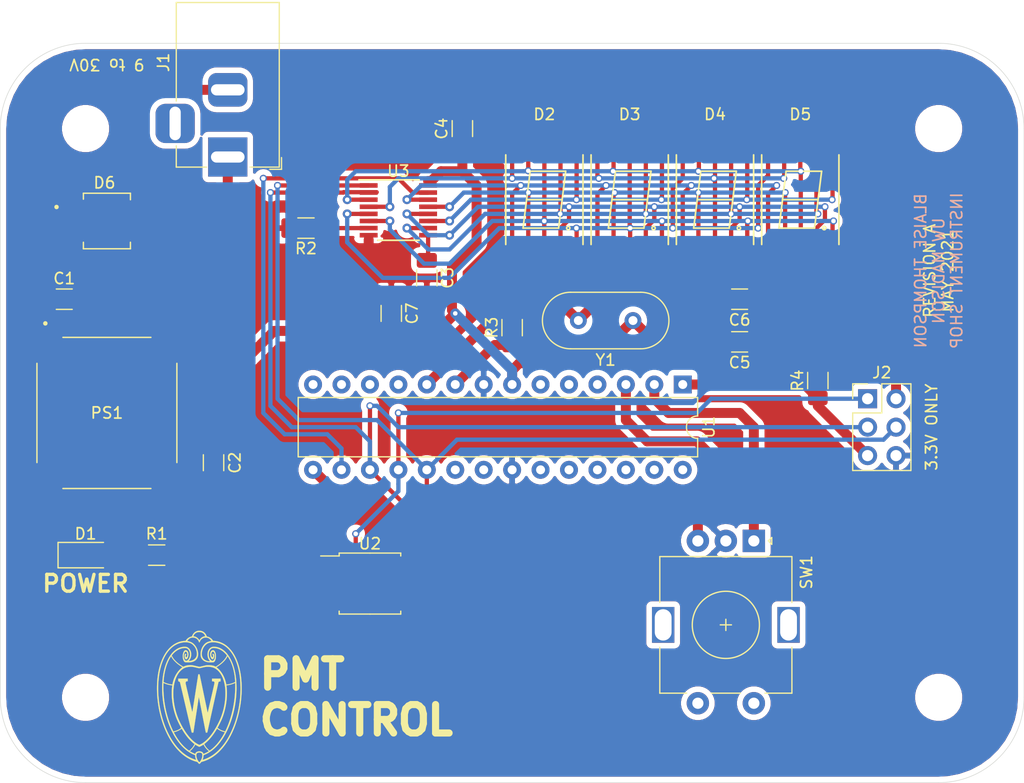
<source format=kicad_pcb>
(kicad_pcb (version 20171130) (host pcbnew 5.1.8+dfsg1-1+b1)
  (title_block (title "FRAM Prototype") (date 2021-05-03) (rev A) (company "University of Wisconsin-Madison") (comment 1 "Department of Chemistry") (comment 2 "Instrument Shop") (comment 3 "Blaise Thompson") (comment 4 blaise.thompson@wisc.edu))
  (layers (0 F.Cu signal) (31 B.Cu signal) (34 B.Paste user) (35 F.Paste user) (36 B.SilkS user) (37 F.SilkS user) (38 B.Mask user) (39 F.Mask user) (44 Edge.Cuts user))
  (net 0 "")
  (net 1 GND)
  (net 2 /7seg/SEG2)
  (net 3 /7seg/SEG3)
  (net 4 /7seg/SEG0)
  (net 5 /7seg/SEG8)
  (net 6 /7seg/SEG7)
  (net 7 /7seg/SEG1)
  (net 8 /7seg/SEG6)
  (net 9 /7seg/SEG5)
  (net 10 /7seg/SEG4)
  (net 11 +VDC)
  (net 12 "Net-(SW1-PadA)")
  (net 13 "Net-(SW1-PadB)")
  (net 14 "Net-(U1-Pad15)")
  (net 15 /7seg/~CS~)
  (net 16 "Net-(C3-Pad1)")
  (net 17 "Net-(R2-Pad1)")
  (net 18 "Net-(D1-Pad2)")
  (net 19 "Net-(J2-Pad5)")
  (net 20 MOSI)
  (net 21 SCK)
  (net 22 MISO)
  (net 23 "Net-(C6-Pad2)")
  (net 24 "Net-(C5-Pad2)")
  (net 25 +3V3)
  (net 26 "Net-(D6-Pad4)")
  (net 27 "Net-(D6-Pad3)")
  (module footprints:CONV_VXO7805-500-M (layer F.Cu) (at 65.405 88.9)
    (fp_text reference PS1 (at 0 0) (layer F.SilkS) (effects (font (thickness 0.1524))))
    (fp_text value VXO7803-500-M)
    (pad 4 smd rect (at -5.5 6) (size 2.5 2.5) (layers F.Cu F.Paste F.Mask))
    (pad 3 smd rect (at 5.5 6) (size 2.5 2.5) (layers F.Cu F.Paste F.Mask) (net 25 +3V3))
    (pad 2 smd rect (at 5.5 -6) (size 2.5 2.5) (layers F.Cu F.Paste F.Mask) (net 1 GND))
    (pad 1 smd rect (at -5.5 -6) (size 2.5 2.5) (layers F.Cu F.Paste F.Mask) (net 11 +VDC))
  )
  (module Package_DIP:DIP-28_W7.62mm (layer F.Cu) (at 116.84 86.36 270)
    (fp_text reference U1 (at 3.81 -2.33 90) (layer F.SilkS))
    (fp_text value ATmega328-PU)
    (pad 28 thru_hole oval (at 7.62 0 270) (size 1.6 1.6) (drill 0.8) (layers *.Cu *.Mask))
    (pad 14 thru_hole oval (at 0 33.02 270) (size 1.6 1.6) (drill 0.8) (layers *.Cu *.Mask))
    (pad 27 thru_hole oval (at 7.62 2.54 270) (size 1.6 1.6) (drill 0.8) (layers *.Cu *.Mask))
    (pad 13 thru_hole oval (at 0 30.48 270) (size 1.6 1.6) (drill 0.8) (layers *.Cu *.Mask))
    (pad 26 thru_hole oval (at 7.62 5.08 270) (size 1.6 1.6) (drill 0.8) (layers *.Cu *.Mask))
    (pad 12 thru_hole oval (at 0 27.94 270) (size 1.6 1.6) (drill 0.8) (layers *.Cu *.Mask))
    (pad 25 thru_hole oval (at 7.62 7.62 270) (size 1.6 1.6) (drill 0.8) (layers *.Cu *.Mask))
    (pad 11 thru_hole oval (at 0 25.4 270) (size 1.6 1.6) (drill 0.8) (layers *.Cu *.Mask))
    (pad 24 thru_hole oval (at 7.62 10.16 270) (size 1.6 1.6) (drill 0.8) (layers *.Cu *.Mask))
    (pad 10 thru_hole oval (at 0 22.86 270) (size 1.6 1.6) (drill 0.8) (layers *.Cu *.Mask) (net 23 "Net-(C6-Pad2)"))
    (pad 23 thru_hole oval (at 7.62 12.7 270) (size 1.6 1.6) (drill 0.8) (layers *.Cu *.Mask))
    (pad 9 thru_hole oval (at 0 20.32 270) (size 1.6 1.6) (drill 0.8) (layers *.Cu *.Mask) (net 24 "Net-(C5-Pad2)"))
    (pad 22 thru_hole oval (at 7.62 15.24 270) (size 1.6 1.6) (drill 0.8) (layers *.Cu *.Mask) (net 1 GND))
    (pad 8 thru_hole oval (at 0 17.78 270) (size 1.6 1.6) (drill 0.8) (layers *.Cu *.Mask) (net 1 GND))
    (pad 21 thru_hole oval (at 7.62 17.78 270) (size 1.6 1.6) (drill 0.8) (layers *.Cu *.Mask))
    (pad 7 thru_hole oval (at 0 15.24 270) (size 1.6 1.6) (drill 0.8) (layers *.Cu *.Mask) (net 25 +3V3))
    (pad 20 thru_hole oval (at 7.62 20.32 270) (size 1.6 1.6) (drill 0.8) (layers *.Cu *.Mask))
    (pad 6 thru_hole oval (at 0 12.7 270) (size 1.6 1.6) (drill 0.8) (layers *.Cu *.Mask))
    (pad 19 thru_hole oval (at 7.62 22.86 270) (size 1.6 1.6) (drill 0.8) (layers *.Cu *.Mask) (net 20 MOSI))
    (pad 5 thru_hole oval (at 0 10.16 270) (size 1.6 1.6) (drill 0.8) (layers *.Cu *.Mask))
    (pad 18 thru_hole oval (at 7.62 25.4 270) (size 1.6 1.6) (drill 0.8) (layers *.Cu *.Mask) (net 22 MISO))
    (pad 4 thru_hole oval (at 0 7.62 270) (size 1.6 1.6) (drill 0.8) (layers *.Cu *.Mask))
    (pad 17 thru_hole oval (at 7.62 27.94 270) (size 1.6 1.6) (drill 0.8) (layers *.Cu *.Mask) (net 21 SCK))
    (pad 3 thru_hole oval (at 0 5.08 270) (size 1.6 1.6) (drill 0.8) (layers *.Cu *.Mask) (net 13 "Net-(SW1-PadB)"))
    (pad 16 thru_hole oval (at 7.62 30.48 270) (size 1.6 1.6) (drill 0.8) (layers *.Cu *.Mask) (net 15 /7seg/~CS~))
    (pad 2 thru_hole oval (at 0 2.54 270) (size 1.6 1.6) (drill 0.8) (layers *.Cu *.Mask) (net 12 "Net-(SW1-PadA)"))
    (pad 15 thru_hole oval (at 7.62 33.02 270) (size 1.6 1.6) (drill 0.8) (layers *.Cu *.Mask) (net 14 "Net-(U1-Pad15)"))
    (pad 1 thru_hole rect (at 0 0 270) (size 1.6 1.6) (drill 0.8) (layers *.Cu *.Mask) (net 19 "Net-(J2-Pad5)"))
  )
  (module footprints:SOIC245P670X290-4N (layer F.Cu) (at 65.405 71.755)
    (fp_text reference D6 (at -0.218388 -3.412419) (layer F.SilkS))
    (fp_text value CDBHM260L-HF)
    (pad 4 smd rect (at 2.9 -1.225) (size 1.91 0.91) (layers F.Cu F.Paste F.Mask) (net 26 "Net-(D6-Pad4)"))
    (pad 3 smd rect (at 2.9 1.225) (size 1.91 0.91) (layers F.Cu F.Paste F.Mask) (net 27 "Net-(D6-Pad3)"))
    (pad 2 smd rect (at -2.9 1.225) (size 1.91 0.91) (layers F.Cu F.Paste F.Mask) (net 1 GND))
    (pad 1 smd rect (at -2.9 -1.225) (size 1.91 0.91) (layers F.Cu F.Paste F.Mask) (net 11 +VDC))
  )
  (module Crystal:Crystal_HC49-U_Vertical (layer F.Cu) (at 112.395 80.645 180)
    (fp_text reference Y1 (at 2.44 -3.525) (layer F.SilkS))
    (fp_text value 8MHz)
    (pad 2 thru_hole circle (at 4.88 0 180) (size 1.5 1.5) (drill 0.8) (layers *.Cu *.Mask) (net 23 "Net-(C6-Pad2)"))
    (pad 1 thru_hole circle (at 0 0 180) (size 1.5 1.5) (drill 0.8) (layers *.Cu *.Mask) (net 24 "Net-(C5-Pad2)"))
  )
  (module Resistor_SMD:R_1206_3216Metric_Pad1.30x1.75mm_HandSolder (layer F.Cu) (at 128.905 86.005 90)
    (fp_text reference R4 (at 0 -1.82 90) (layer F.SilkS))
    (fp_text value 4.7k)
    (pad 2 smd roundrect (at 1.55 0 90) (size 1.3 1.75) (layers F.Cu F.Paste F.Mask) (roundrect_rratio 0.1923069230769231) (net 25 +3V3))
    (pad 1 smd roundrect (at -1.55 0 90) (size 1.3 1.75) (layers F.Cu F.Paste F.Mask) (roundrect_rratio 0.1923069230769231) (net 19 "Net-(J2-Pad5)"))
  )
  (module Resistor_SMD:R_1206_3216Metric_Pad1.30x1.75mm_HandSolder (layer F.Cu) (at 101.6 81.28 90)
    (fp_text reference R3 (at 0 -1.82 90) (layer F.SilkS))
    (fp_text value 1M)
    (pad 2 smd roundrect (at 1.55 0 90) (size 1.3 1.75) (layers F.Cu F.Paste F.Mask) (roundrect_rratio 0.1923069230769231) (net 23 "Net-(C6-Pad2)"))
    (pad 1 smd roundrect (at -1.55 0 90) (size 1.3 1.75) (layers F.Cu F.Paste F.Mask) (roundrect_rratio 0.1923069230769231) (net 24 "Net-(C5-Pad2)"))
  )
  (module Capacitor_SMD:C_1206_3216Metric_Pad1.33x1.80mm_HandSolder (layer F.Cu) (at 90.805 80.01 270)
    (fp_text reference C7 (at 0 -1.85 90) (layer F.SilkS))
    (fp_text value 100n)
    (pad 2 smd roundrect (at 1.5625 0 270) (size 1.325 1.8) (layers F.Cu F.Paste F.Mask) (roundrect_rratio 0.1886777358490566) (net 25 +3V3))
    (pad 1 smd roundrect (at -1.5625 0 270) (size 1.325 1.8) (layers F.Cu F.Paste F.Mask) (roundrect_rratio 0.1886777358490566) (net 1 GND))
  )
  (module Capacitor_SMD:C_1206_3216Metric_Pad1.33x1.80mm_HandSolder (layer F.Cu) (at 121.92 78.74 180)
    (fp_text reference C6 (at 0 -1.85) (layer F.SilkS))
    (fp_text value 20p)
    (pad 2 smd roundrect (at 1.5625 0 180) (size 1.325 1.8) (layers F.Cu F.Paste F.Mask) (roundrect_rratio 0.1886777358490566) (net 23 "Net-(C6-Pad2)"))
    (pad 1 smd roundrect (at -1.5625 0 180) (size 1.325 1.8) (layers F.Cu F.Paste F.Mask) (roundrect_rratio 0.1886777358490566) (net 1 GND))
  )
  (module Capacitor_SMD:C_1206_3216Metric_Pad1.33x1.80mm_HandSolder (layer F.Cu) (at 121.92 82.55 180)
    (fp_text reference C5 (at 0 -1.85) (layer F.SilkS))
    (fp_text value 20p)
    (pad 2 smd roundrect (at 1.5625 0 180) (size 1.325 1.8) (layers F.Cu F.Paste F.Mask) (roundrect_rratio 0.1886777358490566) (net 24 "Net-(C5-Pad2)"))
    (pad 1 smd roundrect (at -1.5625 0 180) (size 1.325 1.8) (layers F.Cu F.Paste F.Mask) (roundrect_rratio 0.1886777358490566) (net 1 GND))
  )
  (module Resistor_SMD:R_1206_3216Metric_Pad1.30x1.75mm_HandSolder (layer F.Cu) (at 83.185 72.39 180)
    (fp_text reference R2 (at 0 -1.82) (layer F.SilkS))
    (fp_text value R_US)
    (pad 1 smd roundrect (at -1.55 0 180) (size 1.3 1.75) (layers F.Cu F.Paste F.Mask) (roundrect_rratio 0.1923069230769231) (net 17 "Net-(R2-Pad1)"))
    (pad 2 smd roundrect (at 1.55 0 180) (size 1.3 1.75) (layers F.Cu F.Paste F.Mask) (roundrect_rratio 0.1923069230769231) (net 1 GND))
  )
  (module Resistor_SMD:R_1206_3216Metric_Pad1.30x1.75mm_HandSolder (layer F.Cu) (at 69.85 101.6 180)
    (fp_text reference R1 (at 0 1.905) (layer F.SilkS))
    (fp_text value 100)
    (pad 2 smd roundrect (at 1.55 0 180) (size 1.3 1.75) (layers F.Cu F.Paste F.Mask) (roundrect_rratio 0.1923069230769231) (net 18 "Net-(D1-Pad2)"))
    (pad 1 smd roundrect (at -1.55 0 180) (size 1.3 1.75) (layers F.Cu F.Paste F.Mask) (roundrect_rratio 0.1923069230769231) (net 25 +3V3))
  )
  (module Connector_PinHeader_2.54mm:PinHeader_2x03_P2.54mm_Vertical (layer F.Cu) (at 133.35 87.63)
    (fp_text reference J2 (at 1.27 -2.33) (layer F.SilkS))
    (fp_text value AVR-ISP-6)
    (pad 6 thru_hole oval (at 2.54 5.08) (size 1.7 1.7) (drill 1) (layers *.Cu *.Mask) (net 1 GND))
    (pad 5 thru_hole oval (at 0 5.08) (size 1.7 1.7) (drill 1) (layers *.Cu *.Mask) (net 19 "Net-(J2-Pad5)"))
    (pad 4 thru_hole oval (at 2.54 2.54) (size 1.7 1.7) (drill 1) (layers *.Cu *.Mask) (net 20 MOSI))
    (pad 3 thru_hole oval (at 0 2.54) (size 1.7 1.7) (drill 1) (layers *.Cu *.Mask) (net 21 SCK))
    (pad 2 thru_hole oval (at 2.54 0) (size 1.7 1.7) (drill 1) (layers *.Cu *.Mask) (net 25 +3V3))
    (pad 1 thru_hole rect (at 0 0) (size 1.7 1.7) (drill 1) (layers *.Cu *.Mask) (net 22 MISO))
  )
  (module LED_SMD:LED_1206_3216Metric_Pad1.42x1.75mm_HandSolder (layer F.Cu) (at 63.5 101.6)
    (fp_text reference D1 (at 0 -1.905) (layer F.SilkS))
    (fp_text value LED)
    (pad 2 smd roundrect (at 1.4875 0) (size 1.425 1.75) (layers F.Cu F.Paste F.Mask) (roundrect_rratio 0.1754385964912281) (net 18 "Net-(D1-Pad2)"))
    (pad 1 smd roundrect (at -1.4875 0) (size 1.425 1.75) (layers F.Cu F.Paste F.Mask) (roundrect_rratio 0.1754385964912281) (net 1 GND))
  )
  (module Capacitor_SMD:C_1206_3216Metric_Pad1.33x1.80mm_HandSolder (layer F.Cu) (at 97.155 63.5 90)
    (fp_text reference C4 (at 0 -1.85 90) (layer F.SilkS))
    (fp_text value 100n)
    (pad 2 smd roundrect (at 1.5625 0 90) (size 1.325 1.8) (layers F.Cu F.Paste F.Mask) (roundrect_rratio 0.1886769811320755) (net 1 GND))
    (pad 1 smd roundrect (at -1.5625 0 90) (size 1.325 1.8) (layers F.Cu F.Paste F.Mask) (roundrect_rratio 0.1886769811320755) (net 25 +3V3))
  )
  (module Capacitor_SMD:C_1206_3216Metric_Pad1.33x1.80mm_HandSolder (layer F.Cu) (at 93.98 76.835 270)
    (fp_text reference C3 (at 0 -1.85 90) (layer F.SilkS))
    (fp_text value C)
    (pad 2 smd roundrect (at 1.5625 0 270) (size 1.325 1.8) (layers F.Cu F.Paste F.Mask) (roundrect_rratio 0.1886769811320755) (net 1 GND))
    (pad 1 smd roundrect (at -1.5625 0 270) (size 1.325 1.8) (layers F.Cu F.Paste F.Mask) (roundrect_rratio 0.1886769811320755) (net 16 "Net-(C3-Pad1)"))
  )
  (module Capacitor_SMD:C_1206_3216Metric_Pad1.33x1.80mm_HandSolder (layer F.Cu) (at 74.93 93.345 90)
    (fp_text reference C2 (at 0 1.905 90) (layer F.SilkS))
    (fp_text value 22u)
    (pad 2 smd roundrect (at 1.5625 0 90) (size 1.325 1.8) (layers F.Cu F.Paste F.Mask) (roundrect_rratio 0.1886769811320755) (net 1 GND))
    (pad 1 smd roundrect (at -1.5625 0 90) (size 1.325 1.8) (layers F.Cu F.Paste F.Mask) (roundrect_rratio 0.1886769811320755) (net 25 +3V3))
  )
  (module Capacitor_SMD:C_1206_3216Metric_Pad1.33x1.80mm_HandSolder (layer F.Cu) (at 61.595 78.74)
    (fp_text reference C1 (at 0 -1.85) (layer F.SilkS))
    (fp_text value 10u)
    (pad 2 smd roundrect (at 1.5625 0) (size 1.325 1.8) (layers F.Cu F.Paste F.Mask) (roundrect_rratio 0.1886769811320755) (net 1 GND))
    (pad 1 smd roundrect (at -1.5625 0) (size 1.325 1.8) (layers F.Cu F.Paste F.Mask) (roundrect_rratio 0.1886769811320755) (net 11 +VDC))
  )
  (module Package_SO:QSOP-16_3.9x4.9mm_P0.635mm (layer F.Cu) (at 91.44 70.8025)
    (fp_text reference U3 (at 0 -3.5) (layer F.SilkS))
    (fp_text value MAX6951)
    (pad 16 smd rect (at 2.6543 -2.2225) (size 1.6 0.41) (layers F.Cu F.Paste F.Mask) (net 25 +3V3) (clearance 0.0762))
    (pad 15 smd rect (at 2.6543 -1.5875) (size 1.6 0.41) (layers F.Cu F.Paste F.Mask) (net 15 /7seg/~CS~))
    (pad 14 smd rect (at 2.6543 -0.9525) (size 1.6 0.41) (layers F.Cu F.Paste F.Mask) (net 10 /7seg/SEG4))
    (pad 13 smd rect (at 2.6543 -0.3175) (size 1.6 0.41) (layers F.Cu F.Paste F.Mask) (net 9 /7seg/SEG5))
    (pad 12 smd rect (at 2.6543 0.3175) (size 1.6 0.41) (layers F.Cu F.Paste F.Mask) (net 8 /7seg/SEG6))
    (pad 11 smd rect (at 2.6543 0.9525) (size 1.6 0.41) (layers F.Cu F.Paste F.Mask) (net 6 /7seg/SEG7))
    (pad 10 smd rect (at 2.6543 1.5875) (size 1.6 0.41) (layers F.Cu F.Paste F.Mask) (net 5 /7seg/SEG8))
    (pad 9 smd rect (at 2.6543 2.2225) (size 1.6 0.41) (layers F.Cu F.Paste F.Mask) (net 16 "Net-(C3-Pad1)") (clearance 0.0762))
    (pad 8 smd rect (at -2.6543 2.2225) (size 1.6 0.41) (layers F.Cu F.Paste F.Mask) (net 1 GND) (clearance 0.0762))
    (pad 7 smd rect (at -2.6543 1.5875) (size 1.6 0.41) (layers F.Cu F.Paste F.Mask) (net 17 "Net-(R2-Pad1)") (clearance 0.0762))
    (pad 6 smd rect (at -2.6543 0.9525) (size 1.6 0.41) (layers F.Cu F.Paste F.Mask) (net 4 /7seg/SEG0))
    (pad 5 smd rect (at -2.6543 0.3175) (size 1.6 0.41) (layers F.Cu F.Paste F.Mask) (net 7 /7seg/SEG1))
    (pad 4 smd rect (at -2.6543 -0.3175) (size 1.6 0.41) (layers F.Cu F.Paste F.Mask) (net 2 /7seg/SEG2))
    (pad 3 smd rect (at -2.6543 -0.9525) (size 1.6 0.41) (layers F.Cu F.Paste F.Mask) (net 3 /7seg/SEG3))
    (pad 2 smd rect (at -2.6543 -1.5875) (size 1.6 0.41) (layers F.Cu F.Paste F.Mask) (net 21 SCK))
    (pad 1 smd rect (at -2.6543 -2.2225) (size 1.6 0.41) (layers F.Cu F.Paste F.Mask) (net 20 MOSI))
  )
  (module Package_SO:SOP-8_5.28x5.23mm_P1.27mm (layer F.Cu) (at 88.9 104.14)
    (fp_text reference U2 (at 0 -3.56) (layer F.SilkS))
    (fp_text value MB85RS256B)
    (pad 8 smd roundrect (at 3.6 -1.905) (size 1.6 0.6) (layers F.Cu F.Paste F.Mask) (net 25 +3V3))
    (pad 7 smd roundrect (at 3.6 -0.635) (size 1.6 0.6) (layers F.Cu F.Paste F.Mask) (net 25 +3V3))
    (pad 6 smd roundrect (at 3.6 0.635) (size 1.6 0.6) (layers F.Cu F.Paste F.Mask) (net 21 SCK))
    (pad 5 smd roundrect (at 3.6 1.905) (size 1.6 0.6) (layers F.Cu F.Paste F.Mask) (net 20 MOSI))
    (pad 4 smd roundrect (at -3.6 1.905) (size 1.6 0.6) (layers F.Cu F.Paste F.Mask) (net 1 GND))
    (pad 3 smd roundrect (at -3.6 0.635) (size 1.6 0.6) (layers F.Cu F.Paste F.Mask))
    (pad 2 smd roundrect (at -3.6 -0.635) (size 1.6 0.6) (layers F.Cu F.Paste F.Mask) (net 22 MISO))
    (pad 1 smd roundrect (at -3.6 -1.905) (size 1.6 0.6) (layers F.Cu F.Paste F.Mask) (net 14 "Net-(U1-Pad15)"))
  )
  (module fram-prototype:ACSC02-41SURKWA-F01 (layer F.Cu) (at 127.34 69.85)
    (fp_text reference D5 (at 0 -7.62) (layer F.SilkS))
    (fp_text value ACSC02-41SURKWA-F01)
    (pad 10 smd rect (at -2.88 -5) (size 0.9 2.8) (layers F.Cu F.Paste F.Mask) (net 7 /7seg/SEG1))
    (pad 9 smd rect (at -1.44 -5) (size 0.9 2.8) (layers F.Cu F.Paste F.Mask) (net 2 /7seg/SEG2))
    (pad 8 smd rect (at 0 -5) (size 0.9 2.8) (layers F.Cu F.Paste F.Mask) (net 3 /7seg/SEG3))
    (pad 7 smd rect (at 1.44 -5) (size 0.9 2.8) (layers F.Cu F.Paste F.Mask) (net 5 /7seg/SEG8))
    (pad 6 smd rect (at 2.88 -5) (size 0.9 2.8) (layers F.Cu F.Paste F.Mask) (net 6 /7seg/SEG7))
    (pad 5 smd rect (at 2.88 5) (size 0.9 2.8) (layers F.Cu F.Paste F.Mask) (net 4 /7seg/SEG0))
    (pad 4 smd rect (at 1.44 5) (size 0.9 2.8) (layers F.Cu F.Paste F.Mask) (net 8 /7seg/SEG6))
    (pad 3 smd rect (at 0 5) (size 0.9 2.8) (layers F.Cu F.Paste F.Mask) (net 3 /7seg/SEG3))
    (pad 2 smd rect (at -1.44 5) (size 0.9 2.8) (layers F.Cu F.Paste F.Mask) (net 9 /7seg/SEG5))
    (pad 1 smd rect (at -2.88 5) (size 0.9 2.8) (layers F.Cu F.Paste F.Mask) (net 10 /7seg/SEG4))
  )
  (module fram-prototype:ACSC02-41SURKWA-F01 (layer F.Cu) (at 119.72 69.85)
    (fp_text reference D4 (at 0 -7.62) (layer F.SilkS))
    (fp_text value ACSC02-41SURKWA-F01)
    (pad 10 smd rect (at -2.88 -5) (size 0.9 2.8) (layers F.Cu F.Paste F.Mask) (net 7 /7seg/SEG1))
    (pad 9 smd rect (at -1.44 -5) (size 0.9 2.8) (layers F.Cu F.Paste F.Mask) (net 3 /7seg/SEG3))
    (pad 8 smd rect (at 0 -5) (size 0.9 2.8) (layers F.Cu F.Paste F.Mask) (net 2 /7seg/SEG2))
    (pad 7 smd rect (at 1.44 -5) (size 0.9 2.8) (layers F.Cu F.Paste F.Mask) (net 5 /7seg/SEG8))
    (pad 6 smd rect (at 2.88 -5) (size 0.9 2.8) (layers F.Cu F.Paste F.Mask) (net 6 /7seg/SEG7))
    (pad 5 smd rect (at 2.88 5) (size 0.9 2.8) (layers F.Cu F.Paste F.Mask) (net 4 /7seg/SEG0))
    (pad 4 smd rect (at 1.44 5) (size 0.9 2.8) (layers F.Cu F.Paste F.Mask) (net 8 /7seg/SEG6))
    (pad 3 smd rect (at 0 5) (size 0.9 2.8) (layers F.Cu F.Paste F.Mask) (net 2 /7seg/SEG2))
    (pad 2 smd rect (at -1.44 5) (size 0.9 2.8) (layers F.Cu F.Paste F.Mask) (net 9 /7seg/SEG5))
    (pad 1 smd rect (at -2.88 5) (size 0.9 2.8) (layers F.Cu F.Paste F.Mask) (net 10 /7seg/SEG4))
  )
  (module fram-prototype:ACSC02-41SURKWA-F01 (layer F.Cu) (at 112.1 69.85)
    (fp_text reference D3 (at 0 -7.62) (layer F.SilkS))
    (fp_text value ACSC02-41SURKWA-F01)
    (pad 10 smd rect (at -2.88 -5) (size 0.9 2.8) (layers F.Cu F.Paste F.Mask) (net 2 /7seg/SEG2))
    (pad 9 smd rect (at -1.44 -5) (size 0.9 2.8) (layers F.Cu F.Paste F.Mask) (net 3 /7seg/SEG3))
    (pad 8 smd rect (at 0 -5) (size 0.9 2.8) (layers F.Cu F.Paste F.Mask) (net 7 /7seg/SEG1))
    (pad 7 smd rect (at 1.44 -5) (size 0.9 2.8) (layers F.Cu F.Paste F.Mask) (net 5 /7seg/SEG8))
    (pad 6 smd rect (at 2.88 -5) (size 0.9 2.8) (layers F.Cu F.Paste F.Mask) (net 6 /7seg/SEG7))
    (pad 5 smd rect (at 2.88 5) (size 0.9 2.8) (layers F.Cu F.Paste F.Mask) (net 4 /7seg/SEG0))
    (pad 4 smd rect (at 1.44 5) (size 0.9 2.8) (layers F.Cu F.Paste F.Mask) (net 8 /7seg/SEG6))
    (pad 3 smd rect (at 0 5) (size 0.9 2.8) (layers F.Cu F.Paste F.Mask) (net 7 /7seg/SEG1))
    (pad 2 smd rect (at -1.44 5) (size 0.9 2.8) (layers F.Cu F.Paste F.Mask) (net 9 /7seg/SEG5))
    (pad 1 smd rect (at -2.88 5) (size 0.9 2.8) (layers F.Cu F.Paste F.Mask) (net 10 /7seg/SEG4))
  )
  (module fram-prototype:ACSC02-41SURKWA-F01 (layer F.Cu) (at 104.48 69.85)
    (fp_text reference D2 (at 0 -7.62) (layer F.SilkS))
    (fp_text value ACSC02-41SURKWA-F01)
    (pad 10 smd rect (at -2.88 -5) (size 0.9 2.8) (layers F.Cu F.Paste F.Mask) (net 2 /7seg/SEG2))
    (pad 9 smd rect (at -1.44 -5) (size 0.9 2.8) (layers F.Cu F.Paste F.Mask) (net 3 /7seg/SEG3))
    (pad 8 smd rect (at 0 -5) (size 0.9 2.8) (layers F.Cu F.Paste F.Mask) (net 4 /7seg/SEG0))
    (pad 7 smd rect (at 1.44 -5) (size 0.9 2.8) (layers F.Cu F.Paste F.Mask) (net 5 /7seg/SEG8))
    (pad 6 smd rect (at 2.88 -5) (size 0.9 2.8) (layers F.Cu F.Paste F.Mask) (net 6 /7seg/SEG7))
    (pad 5 smd rect (at 2.88 5) (size 0.9 2.8) (layers F.Cu F.Paste F.Mask) (net 7 /7seg/SEG1))
    (pad 4 smd rect (at 1.44 5) (size 0.9 2.8) (layers F.Cu F.Paste F.Mask) (net 8 /7seg/SEG6))
    (pad 3 smd rect (at 0 5) (size 0.9 2.8) (layers F.Cu F.Paste F.Mask) (net 4 /7seg/SEG0))
    (pad 2 smd rect (at -1.44 5) (size 0.9 2.8) (layers F.Cu F.Paste F.Mask) (net 9 /7seg/SEG5))
    (pad 1 smd rect (at -2.88 5) (size 0.9 2.8) (layers F.Cu F.Paste F.Mask) (net 10 /7seg/SEG4))
  )
  (module Connector_BarrelJack:BarrelJack_Horizontal (layer F.Cu) (at 76.2 66.04 270)
    (fp_text reference J1 (at -8.45 5.75 90) (layer F.SilkS))
    (fp_text value Barrel_Jack)
    (pad 3 thru_hole roundrect (at -3 4.7 270) (size 3.5 3.5) (drill oval 3 1) (layers *.Cu *.Mask))
    (pad 2 thru_hole roundrect (at -6 0 270) (size 3 3.5) (drill oval 1 3) (layers *.Cu *.Mask) (net 26 "Net-(D6-Pad4)"))
    (pad 1 thru_hole rect (at 0 0 270) (size 3.5 3.5) (drill oval 1 3) (layers *.Cu *.Mask) (net 27 "Net-(D6-Pad3)"))
  )
  (module Rotary_Encoder:RotaryEncoder_Alps_EC11E-Switch_Vertical_H20mm (layer F.Cu) (at 123.19 100.33 270)
    (fp_text reference SW1 (at 2.8 -4.7 90) (layer F.SilkS))
    (fp_text value Rotary_Encoder_Switch)
    (pad A thru_hole rect (at 0 0 270) (size 2 2) (drill 1) (layers *.Cu *.Mask) (net 12 "Net-(SW1-PadA)"))
    (pad C thru_hole circle (at 0 2.5 270) (size 2 2) (drill 1) (layers *.Cu *.Mask) (net 1 GND))
    (pad B thru_hole circle (at 0 5 270) (size 2 2) (drill 1) (layers *.Cu *.Mask) (net 13 "Net-(SW1-PadB)"))
    (pad MP thru_hole rect (at 7.5 -3.1 270) (size 3.2 2) (drill oval 2.8 1.5) (layers *.Cu *.Mask))
    (pad MP thru_hole rect (at 7.5 8.1 270) (size 3.2 2) (drill oval 2.8 1.5) (layers *.Cu *.Mask))
    (pad S2 thru_hole circle (at 14.5 0 270) (size 2 2) (drill 1) (layers *.Cu *.Mask))
    (pad S1 thru_hole circle (at 14.5 5 270) (size 2 2) (drill 1) (layers *.Cu *.Mask))
  )
  (module MountingHole:MountingHole_3.2mm_M3 (layer F.Cu) (at 63.5 114.3)
    (fp_text reference REF** hide)
    (fp_text value MountingHole_3.2mm_M3 hide)
    (pad 1 np_thru_hole circle (at 0 0) (size 3.2 3.2) (drill 3.2) (layers *.Cu *.Mask))
  )
  (module MountingHole:MountingHole_3.2mm_M3 (layer F.Cu) (at 139.7 114.3)
    (fp_text reference REF** hide)
    (fp_text value MountingHole_3.2mm_M3 hide)
    (pad 1 np_thru_hole circle (at 0 0) (size 3.2 3.2) (drill 3.2) (layers *.Cu *.Mask))
  )
  (module MountingHole:MountingHole_3.2mm_M3 (layer F.Cu) (at 63.5 63.5)
    (fp_text reference REF** hide)
    (fp_text value MountingHole_3.2mm_M3 hide)
    (pad 1 np_thru_hole circle (at 0 0) (size 3.2 3.2) (drill 3.2) (layers *.Cu *.Mask))
  )
  (module MountingHole:MountingHole_3.2mm_M3 (layer F.Cu) (at 139.7 63.5)
    (fp_text reference REF** hide)
    (fp_text value MountingHole_3.2mm_M3 hide)
    (pad 1 np_thru_hole circle (at 0 0) (size 3.2 3.2) (drill 3.2) (layers *.Cu *.Mask))
  )
  (module footprints:logo (layer F.Cu) (at 73.66 114.3)
    (fp_text reference G*** hide)
    (fp_text value LOGO hide)
  )
  (gr_text "REVISION A\nMAY 2021" (at 139.7 76.2 90) (layer F.SilkS) (effects (font (size 1 1))))
  (gr_text "BLAISE THOMPSON\nUW MADISON\nINSTRUMENT SHOP" (at 139.7 76.2 90) (layer B.SilkS) (effects (font (size 1 1)) (justify mirror)))
  (gr_text "3.3V ONLY" (at 139.065 90.17 90) (layer F.SilkS) (effects (font (size 1 1))))
  (gr_text POWER (at 63.5 104.14) (layer F.SilkS) (effects (font (size 1.5 1.5) (thickness 0.3))))
  (gr_text "PMT\nCONTROL" (at 78.74 114.3) (layer F.SilkS) (effects (font (size 2.54 2.54) (thickness 0.635)) (justify left)))
  (gr_text "9 to 30V" (at 65.405 57.785 180) (layer F.SilkS) (effects (font (size 1 1))))
  (gr_line (start 63.5 121.92) (end 139.7 121.92) (layer Edge.Cuts) (width 0.05))
  (gr_line (start 55.88 63.5) (end 55.88 114.3) (layer Edge.Cuts) (width 0.05))
  (gr_line (start 139.7 55.88) (end 63.5 55.88) (layer Edge.Cuts) (width 0.05))
  (gr_line (start 147.32 63.5) (end 147.32 114.3) (layer Edge.Cuts) (width 0.05))
  (gr_arc (start 139.7 114.3) (end 139.7 121.92) (angle -90) (layer Edge.Cuts) (width 0.05))
  (gr_arc (start 63.5 114.3) (end 55.88 114.3) (angle -90) (layer Edge.Cuts) (width 0.05))
  (gr_arc (start 63.5 63.5) (end 63.5 55.88) (angle -90) (layer Edge.Cuts) (width 0.05))
  (gr_arc (start 139.7 63.5) (end 147.32 63.5) (angle -90) (layer Edge.Cuts) (width 0.05))
  (segment (start 90.805 78.4475) (end 90.5125 78.4475) (width 0.889) (layer F.Cu) (net 1))
  (segment (start 88.7857 76.7207) (end 88.7857 73.420501) (width 0.889) (layer F.Cu) (net 1))
  (via (at 90.678 70.485) (size 0.8) (drill 0.4) (layers F.Cu B.Cu) (net 2))
  (segment (start 88.7857 70.485) (end 90.678 70.485) (width 0.381) (layer F.Cu) (net 2))
  (segment (start 90.678 70.485) (end 90.678 68.707) (width 0.381) (layer B.Cu) (net 2))
  (segment (start 90.678 68.707) (end 91.44 67.945) (width 0.381) (layer B.Cu) (net 2))
  (segment (start 91.44 67.945) (end 101.219 67.945) (width 0.381) (layer B.Cu) (net 2))
  (via (at 101.6 67.945) (size 0.635) (drill 0.4) (layers F.Cu B.Cu) (net 2))
  (segment (start 101.6 64.85) (end 101.6 67.945) (width 0.381) (layer F.Cu) (net 2))
  (segment (start 101.219 67.945) (end 101.6 67.945) (width 0.381) (layer B.Cu) (net 2))
  (via (at 109.347 67.945) (size 0.635) (drill 0.4) (layers F.Cu B.Cu) (net 2))
  (segment (start 109.22 64.85) (end 109.22 67.818) (width 0.381) (layer F.Cu) (net 2))
  (segment (start 109.22 67.818) (end 109.347 67.945) (width 0.381) (layer F.Cu) (net 2))
  (segment (start 101.6 67.945) (end 109.347 67.945) (width 0.381) (layer B.Cu) (net 2))
  (segment (start 125.9 67.902) (end 125.857 67.945) (width 0.381) (layer F.Cu) (net 2))
  (via (at 125.857 67.945) (size 0.635) (drill 0.4) (layers F.Cu B.Cu) (net 2))
  (segment (start 125.9 64.85) (end 125.9 67.902) (width 0.381) (layer F.Cu) (net 2))
  (via (at 119.634 67.945) (size 0.635) (drill 0.4) (layers F.Cu B.Cu) (net 2))
  (segment (start 119.72 64.85) (end 119.72 67.859) (width 0.381) (layer F.Cu) (net 2))
  (segment (start 119.634 67.945) (end 125.857 67.945) (width 0.381) (layer B.Cu) (net 2))
  (segment (start 119.72 67.859) (end 119.634 67.945) (width 0.381) (layer F.Cu) (net 2))
  (segment (start 109.347 67.945) (end 119.634 67.945) (width 0.381) (layer B.Cu) (net 2))
  (segment (start 119.72 68.031) (end 119.634 67.945) (width 0.381) (layer F.Cu) (net 2))
  (segment (start 119.72 74.85) (end 119.72 68.031) (width 0.381) (layer F.Cu) (net 2))
  (segment (start 86.868 69.85) (end 86.868 68.072) (width 0.381) (layer B.Cu) (net 3))
  (segment (start 86.868 68.072) (end 87.63 67.31) (width 0.381) (layer B.Cu) (net 3))
  (segment (start 87.63 67.31) (end 102.616 67.31) (width 0.381) (layer B.Cu) (net 3))
  (via (at 86.868 69.85) (size 0.8) (drill 0.4) (layers F.Cu B.Cu) (net 3))
  (segment (start 88.7857 69.85) (end 86.868 69.85) (width 0.381) (layer F.Cu) (net 3))
  (segment (start 103.04 64.85) (end 103.04 67.267) (width 0.381) (layer F.Cu) (net 3))
  (via (at 103.04 67.267) (size 0.635) (drill 0.4) (layers F.Cu B.Cu) (net 3))
  (via (at 110.617 67.31) (size 0.635) (drill 0.4) (layers F.Cu B.Cu) (net 3))
  (segment (start 110.66 67.267) (end 110.617 67.31) (width 0.381) (layer F.Cu) (net 3))
  (segment (start 110.66 64.85) (end 110.66 67.267) (width 0.381) (layer F.Cu) (net 3))
  (segment (start 102.616 67.31) (end 110.617 67.31) (width 0.381) (layer B.Cu) (net 3))
  (via (at 118.237 67.31) (size 0.635) (drill 0.4) (layers F.Cu B.Cu) (net 3))
  (segment (start 118.28 67.267) (end 118.237 67.31) (width 0.381) (layer F.Cu) (net 3))
  (segment (start 118.28 64.85) (end 118.28 67.267) (width 0.381) (layer F.Cu) (net 3))
  (segment (start 110.617 67.31) (end 118.237 67.31) (width 0.381) (layer B.Cu) (net 3))
  (via (at 127.381 67.31) (size 0.635) (drill 0.4) (layers F.Cu B.Cu) (net 3))
  (segment (start 127.34 67.269) (end 127.381 67.31) (width 0.381) (layer F.Cu) (net 3))
  (segment (start 127.34 64.85) (end 127.34 67.269) (width 0.381) (layer F.Cu) (net 3))
  (segment (start 118.237 67.31) (end 127.381 67.31) (width 0.381) (layer B.Cu) (net 3))
  (segment (start 127.381 74.809) (end 127.34 74.85) (width 0.381) (layer F.Cu) (net 3))
  (segment (start 127.381 67.31) (end 127.381 74.809) (width 0.381) (layer F.Cu) (net 3))
  (via (at 90.678 71.755) (size 0.8) (drill 0.4) (layers F.Cu B.Cu) (net 4))
  (segment (start 88.7857 71.755) (end 90.678 71.755) (width 0.381) (layer F.Cu) (net 4))
  (segment (start 96.012 75.565) (end 93.726 75.565) (width 0.381) (layer B.Cu) (net 4))
  (segment (start 90.678 72.517) (end 90.678 71.755) (width 0.381) (layer B.Cu) (net 4))
  (segment (start 93.726 75.565) (end 90.678 72.517) (width 0.381) (layer B.Cu) (net 4))
  (segment (start 96.012 75.565) (end 99.822 71.755) (width 0.381) (layer B.Cu) (net 4))
  (via (at 104.4702 71.755) (size 0.635) (drill 0.4) (layers F.Cu B.Cu) (net 4))
  (segment (start 104.48 71.7452) (end 104.4702 71.755) (width 0.381) (layer F.Cu) (net 4))
  (segment (start 104.48 64.85) (end 104.48 71.7452) (width 0.381) (layer F.Cu) (net 4))
  (segment (start 99.822 71.755) (end 104.4702 71.755) (width 0.381) (layer B.Cu) (net 4))
  (segment (start 104.4702 74.8402) (end 104.48 74.85) (width 0.381) (layer F.Cu) (net 4))
  (segment (start 104.4702 71.755) (end 104.4702 74.8402) (width 0.381) (layer F.Cu) (net 4))
  (via (at 130.302 71.755) (size 0.635) (drill 0.4) (layers F.Cu B.Cu) (net 4))
  (segment (start 130.22 71.837) (end 130.302 71.755) (width 0.381) (layer F.Cu) (net 4))
  (segment (start 130.22 74.85) (end 130.22 71.837) (width 0.381) (layer F.Cu) (net 4))
  (via (at 114.9858 71.755) (size 0.635) (drill 0.4) (layers F.Cu B.Cu) (net 4))
  (segment (start 114.98 71.7608) (end 114.9858 71.755) (width 0.381) (layer F.Cu) (net 4))
  (segment (start 114.98 74.85) (end 114.98 71.7608) (width 0.381) (layer F.Cu) (net 4))
  (segment (start 104.4702 71.755) (end 114.9858 71.755) (width 0.381) (layer B.Cu) (net 4))
  (via (at 122.6566 71.755) (size 0.635) (drill 0.4) (layers F.Cu B.Cu) (net 4))
  (segment (start 122.6 74.85) (end 122.6 71.8116) (width 0.381) (layer F.Cu) (net 4))
  (segment (start 122.6 71.8116) (end 122.6566 71.755) (width 0.381) (layer F.Cu) (net 4))
  (segment (start 122.6566 71.755) (end 130.302 71.755) (width 0.381) (layer B.Cu) (net 4))
  (segment (start 114.9858 71.755) (end 122.6566 71.755) (width 0.381) (layer B.Cu) (net 4))
  (segment (start 94.0943 72.39) (end 92.202 72.39) (width 0.381) (layer F.Cu) (net 5))
  (via (at 92.202 72.39) (size 0.8) (drill 0.4) (layers F.Cu B.Cu) (net 5))
  (segment (start 94.107 74.295) (end 96.012 74.295) (width 0.381) (layer B.Cu) (net 5))
  (segment (start 92.202 72.39) (end 94.107 74.295) (width 0.381) (layer B.Cu) (net 5))
  (segment (start 96.012 74.295) (end 99.187 71.12) (width 0.381) (layer B.Cu) (net 5))
  (via (at 105.8926 71.12) (size 0.635) (drill 0.4) (layers F.Cu B.Cu) (net 5))
  (segment (start 105.92 71.0926) (end 105.8926 71.12) (width 0.381) (layer F.Cu) (net 5))
  (segment (start 105.92 64.85) (end 105.92 71.0926) (width 0.381) (layer F.Cu) (net 5))
  (segment (start 99.187 71.12) (end 105.8926 71.12) (width 0.381) (layer B.Cu) (net 5))
  (via (at 113.538 71.12) (size 0.635) (drill 0.4) (layers F.Cu B.Cu) (net 5))
  (segment (start 113.54 71.118) (end 113.538 71.12) (width 0.381) (layer F.Cu) (net 5))
  (segment (start 113.54 64.85) (end 113.54 71.118) (width 0.381) (layer F.Cu) (net 5))
  (segment (start 105.8926 71.12) (end 113.538 71.12) (width 0.381) (layer B.Cu) (net 5))
  (via (at 121.158 71.12) (size 0.635) (drill 0.4) (layers F.Cu B.Cu) (net 5))
  (segment (start 121.16 71.118) (end 121.158 71.12) (width 0.381) (layer F.Cu) (net 5))
  (segment (start 121.16 64.85) (end 121.16 71.118) (width 0.381) (layer F.Cu) (net 5))
  (segment (start 113.538 71.12) (end 121.158 71.12) (width 0.381) (layer B.Cu) (net 5))
  (via (at 128.905 71.12) (size 0.635) (drill 0.4) (layers F.Cu B.Cu) (net 5))
  (segment (start 128.78 70.995) (end 128.905 71.12) (width 0.381) (layer F.Cu) (net 5))
  (segment (start 128.78 64.85) (end 128.78 70.995) (width 0.381) (layer F.Cu) (net 5))
  (segment (start 121.158 71.12) (end 128.905 71.12) (width 0.381) (layer B.Cu) (net 5))
  (segment (start 94.0943 71.755) (end 96.012 71.755) (width 0.381) (layer F.Cu) (net 6))
  (via (at 96.012 71.755) (size 0.8) (drill 0.4) (layers F.Cu B.Cu) (net 6))
  (segment (start 96.012 71.755) (end 97.917 69.85) (width 0.381) (layer B.Cu) (net 6))
  (via (at 96.012 71.755) (size 0.8) (drill 0.4) (layers F.Cu B.Cu) (net 6))
  (via (at 107.3404 69.85) (size 0.635) (drill 0.4) (layers F.Cu B.Cu) (net 6))
  (segment (start 107.36 69.8304) (end 107.3404 69.85) (width 0.381) (layer F.Cu) (net 6))
  (segment (start 107.36 64.85) (end 107.36 69.8304) (width 0.381) (layer F.Cu) (net 6))
  (segment (start 97.917 69.85) (end 107.3404 69.85) (width 0.381) (layer B.Cu) (net 6))
  (via (at 114.935 69.85) (size 0.635) (drill 0.4) (layers F.Cu B.Cu) (net 6))
  (segment (start 114.98 69.805) (end 114.935 69.85) (width 0.381) (layer F.Cu) (net 6))
  (segment (start 114.98 64.85) (end 114.98 69.805) (width 0.381) (layer F.Cu) (net 6))
  (segment (start 107.3404 69.85) (end 114.935 69.85) (width 0.381) (layer B.Cu) (net 6))
  (segment (start 122.6 69.805) (end 122.555 69.85) (width 0.381) (layer F.Cu) (net 6))
  (via (at 122.555 69.85) (size 0.635) (drill 0.4) (layers F.Cu B.Cu) (net 6))
  (segment (start 122.6 64.85) (end 122.6 69.805) (width 0.381) (layer F.Cu) (net 6))
  (segment (start 114.935 69.85) (end 122.555 69.85) (width 0.381) (layer B.Cu) (net 6))
  (via (at 130.175 69.85) (size 0.635) (drill 0.4) (layers F.Cu B.Cu) (net 6))
  (segment (start 130.22 69.805) (end 130.175 69.85) (width 0.381) (layer F.Cu) (net 6))
  (segment (start 130.22 64.85) (end 130.22 69.805) (width 0.381) (layer F.Cu) (net 6))
  (segment (start 122.555 69.85) (end 130.175 69.85) (width 0.381) (layer B.Cu) (net 6))
  (via (at 86.868 71.12) (size 0.8) (drill 0.4) (layers F.Cu B.Cu) (net 7))
  (segment (start 88.7857 71.12) (end 86.868 71.12) (width 0.381) (layer F.Cu) (net 7))
  (segment (start 96.012 76.835) (end 90.043 76.835) (width 0.381) (layer B.Cu) (net 7))
  (segment (start 86.868 73.66) (end 86.868 71.12) (width 0.381) (layer B.Cu) (net 7))
  (segment (start 90.043 76.835) (end 86.868 73.66) (width 0.381) (layer B.Cu) (net 7))
  (segment (start 96.012 76.835) (end 100.457 72.39) (width 0.381) (layer B.Cu) (net 7))
  (via (at 107.3404 72.39) (size 0.635) (drill 0.4) (layers F.Cu B.Cu) (net 7))
  (segment (start 107.36 72.4096) (end 107.3404 72.39) (width 0.381) (layer F.Cu) (net 7))
  (segment (start 107.36 74.85) (end 107.36 72.4096) (width 0.381) (layer F.Cu) (net 7))
  (segment (start 100.457 72.39) (end 107.3404 72.39) (width 0.381) (layer B.Cu) (net 7))
  (via (at 112.141 72.39) (size 0.635) (drill 0.4) (layers F.Cu B.Cu) (net 7))
  (segment (start 112.1 72.349) (end 112.141 72.39) (width 0.381) (layer F.Cu) (net 7))
  (segment (start 112.1 64.85) (end 112.1 72.349) (width 0.381) (layer F.Cu) (net 7))
  (segment (start 107.3404 72.39) (end 112.141 72.39) (width 0.381) (layer B.Cu) (net 7))
  (segment (start 112.141 74.809) (end 112.1 74.85) (width 0.381) (layer F.Cu) (net 7))
  (segment (start 112.141 72.39) (end 112.141 74.809) (width 0.381) (layer F.Cu) (net 7))
  (segment (start 124.46 64.85) (end 124.46 67.691) (width 0.381) (layer F.Cu) (net 7))
  (via (at 123.571 72.39) (size 0.635) (drill 0.4) (layers F.Cu B.Cu) (net 7))
  (segment (start 123.571 68.58) (end 123.571 72.39) (width 0.381) (layer F.Cu) (net 7))
  (segment (start 124.46 67.691) (end 123.571 68.58) (width 0.381) (layer F.Cu) (net 7))
  (segment (start 116.84 64.85) (end 116.84 67.945) (width 0.381) (layer F.Cu) (net 7))
  (via (at 115.951 72.39) (size 0.635) (drill 0.4) (layers F.Cu B.Cu) (net 7))
  (segment (start 115.951 68.834) (end 115.951 72.39) (width 0.381) (layer F.Cu) (net 7))
  (segment (start 116.84 67.945) (end 115.951 68.834) (width 0.381) (layer F.Cu) (net 7))
  (segment (start 115.951 72.39) (end 123.571 72.39) (width 0.381) (layer B.Cu) (net 7))
  (segment (start 112.141 72.39) (end 115.951 72.39) (width 0.381) (layer B.Cu) (net 7))
  (via (at 129.54 70.485) (size 0.635) (drill 0.4) (layers F.Cu B.Cu) (net 8))
  (segment (start 129.54 71.632) (end 129.54 70.485) (width 0.381) (layer F.Cu) (net 8))
  (segment (start 128.78 72.392) (end 129.54 71.632) (width 0.381) (layer F.Cu) (net 8))
  (via (at 121.92 70.485) (size 0.635) (drill 0.4) (layers F.Cu B.Cu) (net 8))
  (segment (start 121.16 74.85) (end 121.16 72.392) (width 0.381) (layer F.Cu) (net 8))
  (segment (start 121.92 71.632) (end 121.92 70.485) (width 0.381) (layer F.Cu) (net 8))
  (segment (start 121.16 72.392) (end 121.92 71.632) (width 0.381) (layer F.Cu) (net 8))
  (via (at 114.3 70.485) (size 0.635) (drill 0.4) (layers F.Cu B.Cu) (net 8))
  (segment (start 113.54 74.85) (end 113.54 72.392) (width 0.381) (layer F.Cu) (net 8))
  (segment (start 114.3 71.632) (end 114.3 70.485) (width 0.381) (layer F.Cu) (net 8))
  (segment (start 113.54 72.392) (end 114.3 71.632) (width 0.381) (layer F.Cu) (net 8))
  (via (at 92.202 71.12) (size 0.8) (drill 0.4) (layers F.Cu B.Cu) (net 8))
  (segment (start 94.0943 71.12) (end 92.202 71.12) (width 0.381) (layer F.Cu) (net 8))
  (segment (start 92.202 71.12) (end 94.107 73.025) (width 0.381) (layer B.Cu) (net 8))
  (segment (start 94.107 73.025) (end 96.012 73.025) (width 0.381) (layer B.Cu) (net 8))
  (segment (start 96.012 73.025) (end 98.552 70.485) (width 0.381) (layer B.Cu) (net 8))
  (via (at 96.012 73.025) (size 0.8) (drill 0.4) (layers F.Cu B.Cu) (net 8))
  (segment (start 105.92 74.85) (end 105.92 72.392) (width 0.381) (layer F.Cu) (net 8))
  (segment (start 105.92 72.392) (end 106.68 71.632) (width 0.381) (layer F.Cu) (net 8))
  (via (at 106.68 70.485) (size 0.635) (drill 0.4) (layers F.Cu B.Cu) (net 8))
  (segment (start 106.68 71.632) (end 106.68 70.485) (width 0.381) (layer F.Cu) (net 8))
  (segment (start 106.68 70.485) (end 128.778 70.485) (width 0.381) (layer B.Cu) (net 8))
  (segment (start 98.552 70.485) (end 106.68 70.485) (width 0.381) (layer B.Cu) (net 8))
  (segment (start 129.54 70.485) (end 128.778 70.485) (width 0.381) (layer B.Cu) (net 8))
  (segment (start 128.78 72.392) (end 128.78 74.85) (width 0.381) (layer F.Cu) (net 8))
  (via (at 96.012 70.485) (size 0.8) (drill 0.4) (layers F.Cu B.Cu) (net 9))
  (segment (start 94.0943 70.485) (end 96.012 70.485) (width 0.381) (layer F.Cu) (net 9))
  (segment (start 96.012 70.485) (end 97.282 69.215) (width 0.381) (layer B.Cu) (net 9))
  (via (at 103.0478 69.215) (size 0.635) (drill 0.4) (layers F.Cu B.Cu) (net 9))
  (segment (start 103.04 69.2228) (end 103.0478 69.215) (width 0.381) (layer F.Cu) (net 9))
  (segment (start 103.04 74.85) (end 103.04 69.2228) (width 0.381) (layer F.Cu) (net 9))
  (segment (start 97.282 69.215) (end 103.0478 69.215) (width 0.381) (layer B.Cu) (net 9))
  (via (at 110.744 69.215) (size 0.635) (drill 0.4) (layers F.Cu B.Cu) (net 9))
  (segment (start 110.66 74.85) (end 110.66 69.299) (width 0.381) (layer F.Cu) (net 9))
  (segment (start 110.66 69.299) (end 110.744 69.215) (width 0.381) (layer F.Cu) (net 9))
  (segment (start 103.0478 69.215) (end 110.744 69.215) (width 0.381) (layer B.Cu) (net 9))
  (via (at 118.237 69.215) (size 0.635) (drill 0.4) (layers F.Cu B.Cu) (net 9))
  (segment (start 118.28 69.258) (end 118.237 69.215) (width 0.381) (layer F.Cu) (net 9))
  (segment (start 110.744 69.215) (end 118.237 69.215) (width 0.381) (layer B.Cu) (net 9))
  (via (at 125.984 69.215) (size 0.635) (drill 0.4) (layers F.Cu B.Cu) (net 9))
  (segment (start 125.9 69.299) (end 125.984 69.215) (width 0.381) (layer F.Cu) (net 9))
  (segment (start 118.237 69.215) (end 125.984 69.215) (width 0.381) (layer B.Cu) (net 9))
  (segment (start 125.984 74.766) (end 125.9 74.85) (width 0.381) (layer F.Cu) (net 9))
  (segment (start 125.984 69.215) (end 125.984 74.766) (width 0.381) (layer F.Cu) (net 9))
  (segment (start 118.237 74.807) (end 118.28 74.85) (width 0.381) (layer F.Cu) (net 9))
  (segment (start 118.237 69.215) (end 118.237 74.807) (width 0.381) (layer F.Cu) (net 9))
  (via (at 125.222 68.58) (size 0.635) (drill 0.4) (layers F.Cu B.Cu) (net 10))
  (segment (start 124.46 74.85) (end 124.46 69.342) (width 0.381) (layer F.Cu) (net 10))
  (segment (start 124.46 69.342) (end 125.222 68.58) (width 0.381) (layer F.Cu) (net 10))
  (via (at 117.602 68.58) (size 0.635) (drill 0.4) (layers F.Cu B.Cu) (net 10))
  (segment (start 116.84 74.85) (end 116.84 69.342) (width 0.381) (layer F.Cu) (net 10))
  (segment (start 116.84 69.342) (end 117.602 68.58) (width 0.381) (layer F.Cu) (net 10))
  (via (at 109.982 68.58) (size 0.635) (drill 0.4) (layers F.Cu B.Cu) (net 10))
  (segment (start 109.22 74.85) (end 109.22 69.342) (width 0.381) (layer F.Cu) (net 10))
  (segment (start 109.22 69.342) (end 109.982 68.58) (width 0.381) (layer F.Cu) (net 10))
  (via (at 92.202 69.85) (size 0.8) (drill 0.4) (layers F.Cu B.Cu) (net 10))
  (segment (start 94.0943 69.85) (end 92.202 69.85) (width 0.381) (layer F.Cu) (net 10))
  (segment (start 92.202 69.85) (end 93.472 68.58) (width 0.381) (layer B.Cu) (net 10))
  (via (at 102.362 68.58) (size 0.635) (drill 0.4) (layers F.Cu B.Cu) (net 10))
  (segment (start 101.6 74.85) (end 101.6 69.342) (width 0.381) (layer F.Cu) (net 10))
  (segment (start 101.6 69.342) (end 102.362 68.58) (width 0.381) (layer F.Cu) (net 10))
  (segment (start 93.472 68.58) (end 102.362 68.58) (width 0.381) (layer B.Cu) (net 10))
  (segment (start 102.362 68.58) (end 125.222 68.58) (width 0.381) (layer B.Cu) (net 10))
  (segment (start 62.505 70.53) (end 60.915 70.53) (width 0.889) (layer F.Cu) (net 11))
  (segment (start 59.905 71.54) (end 59.905 82.9) (width 0.889) (layer F.Cu) (net 11))
  (segment (start 60.915 70.53) (end 59.905 71.54) (width 0.889) (layer F.Cu) (net 11))
  (segment (start 123.19 90.17) (end 123.19 100.33) (width 0.889) (layer F.Cu) (net 12))
  (segment (start 121.92 88.9) (end 123.19 90.17) (width 0.889) (layer F.Cu) (net 12))
  (segment (start 115.57 88.9) (end 121.92 88.9) (width 0.889) (layer F.Cu) (net 12))
  (segment (start 114.3 87.63) (end 115.57 88.9) (width 0.889) (layer F.Cu) (net 12))
  (segment (start 114.3 86.36) (end 114.3 87.63) (width 0.889) (layer F.Cu) (net 12))
  (segment (start 119.38 95.41) (end 118.19 96.6) (width 0.889) (layer F.Cu) (net 13))
  (segment (start 119.38 92.71) (end 119.38 95.41) (width 0.889) (layer F.Cu) (net 13))
  (segment (start 118.19 96.6) (end 118.19 100.33) (width 0.889) (layer F.Cu) (net 13))
  (segment (start 113.665 91.44) (end 118.11 91.44) (width 0.889) (layer F.Cu) (net 13))
  (segment (start 118.11 91.44) (end 119.38 92.71) (width 0.889) (layer F.Cu) (net 13))
  (segment (start 111.76 89.535) (end 113.665 91.44) (width 0.889) (layer F.Cu) (net 13))
  (segment (start 111.76 86.36) (end 111.76 89.535) (width 0.889) (layer F.Cu) (net 13))
  (segment (start 85.3 95.46) (end 83.82 93.98) (width 0.889) (layer F.Cu) (net 14))
  (segment (start 85.3 102.235) (end 85.3 95.46) (width 0.889) (layer F.Cu) (net 14))
  (segment (start 86.36 93.98) (end 86.36 92.075) (width 0.381) (layer B.Cu) (net 15))
  (segment (start 86.36 92.075) (end 85.09 90.805) (width 0.381) (layer B.Cu) (net 15))
  (segment (start 85.09 90.805) (end 82.55 90.805) (width 0.381) (layer B.Cu) (net 15))
  (segment (start 82.55 90.805) (end 81.28 90.805) (width 0.381) (layer B.Cu) (net 15))
  (via (at 79.375 67.945) (size 0.635) (drill 0.4) (layers F.Cu B.Cu) (net 15))
  (segment (start 79.375 88.9) (end 79.375 67.945) (width 0.381) (layer B.Cu) (net 15))
  (segment (start 81.28 90.805) (end 79.375 88.9) (width 0.381) (layer B.Cu) (net 15))
  (segment (start 79.375 67.945) (end 91.44 67.945) (width 0.381) (layer F.Cu) (net 15))
  (segment (start 91.44 67.945) (end 92.71 69.215) (width 0.381) (layer F.Cu) (net 15))
  (segment (start 92.71 69.215) (end 94.0943 69.215) (width 0.381) (layer F.Cu) (net 15))
  (segment (start 94.0943 75.1582) (end 93.98 75.2725) (width 0.381) (layer F.Cu) (net 16))
  (segment (start 94.0943 73.025) (end 94.0943 75.1582) (width 0.381) (layer F.Cu) (net 16))
  (segment (start 84.735 72.39) (end 88.7857 72.39) (width 0.381) (layer F.Cu) (net 17))
  (segment (start 68.3 101.6) (end 64.9875 101.6) (width 0.889) (layer F.Cu) (net 18))
  (segment (start 128.905 88.265) (end 133.35 92.71) (width 0.889) (layer F.Cu) (net 19))
  (segment (start 128.905 87.555) (end 128.905 88.265) (width 0.889) (layer F.Cu) (net 19))
  (segment (start 127.71 86.36) (end 128.905 87.555) (width 0.889) (layer F.Cu) (net 19))
  (segment (start 116.84 86.36) (end 127.71 86.36) (width 0.889) (layer F.Cu) (net 19))
  (segment (start 93.98 93.98) (end 89.535 89.535) (width 0.381) (layer B.Cu) (net 20))
  (segment (start 89.535 89.535) (end 82.55 89.535) (width 0.381) (layer B.Cu) (net 20))
  (segment (start 82.55 89.535) (end 81.28 88.265) (width 0.381) (layer B.Cu) (net 20))
  (segment (start 81.28 88.265) (end 80.645 87.63) (width 0.381) (layer B.Cu) (net 20))
  (segment (start 80.645 87.63) (end 80.645 69.85) (width 0.381) (layer B.Cu) (net 20))
  (via (at 80.645 68.58) (size 0.635) (drill 0.4) (layers F.Cu B.Cu) (net 20))
  (segment (start 88.7857 68.58) (end 80.645 68.58) (width 0.381) (layer F.Cu) (net 20))
  (segment (start 80.645 68.58) (end 80.645 69.85) (width 0.381) (layer B.Cu) (net 20))
  (segment (start 92.5 106.045) (end 93.98 106.045) (width 0.381) (layer F.Cu) (net 20))
  (segment (start 93.98 106.045) (end 94.615 105.41) (width 0.381) (layer F.Cu) (net 20))
  (segment (start 94.615 105.41) (end 94.615 97.79) (width 0.381) (layer F.Cu) (net 20))
  (segment (start 93.98 97.155) (end 93.98 93.98) (width 0.381) (layer F.Cu) (net 20))
  (segment (start 94.615 97.79) (end 93.98 97.155) (width 0.381) (layer F.Cu) (net 20))
  (segment (start 96.673299 91.286701) (end 93.98 93.98) (width 0.381) (layer B.Cu) (net 20))
  (segment (start 134.773299 91.286701) (end 96.673299 91.286701) (width 0.381) (layer B.Cu) (net 20))
  (segment (start 135.89 90.17) (end 134.773299 91.286701) (width 0.381) (layer B.Cu) (net 20))
  (segment (start 88.9 93.98) (end 88.9 91.44) (width 0.381) (layer B.Cu) (net 21))
  (segment (start 88.9 91.44) (end 87.63 90.17) (width 0.381) (layer B.Cu) (net 21))
  (segment (start 87.63 90.17) (end 82.55 90.17) (width 0.381) (layer B.Cu) (net 21))
  (segment (start 82.55 90.17) (end 82.538408 90.17) (width 0.381) (layer B.Cu) (net 21))
  (segment (start 82.538408 90.17) (end 81.915 90.17) (width 0.381) (layer B.Cu) (net 21))
  (via (at 80.01 69.215) (size 0.635) (drill 0.4) (layers F.Cu B.Cu) (net 21))
  (segment (start 80.01 88.265) (end 80.01 69.215) (width 0.381) (layer B.Cu) (net 21))
  (segment (start 81.915 90.17) (end 80.01 88.265) (width 0.381) (layer B.Cu) (net 21))
  (segment (start 86.547983 69.183299) (end 89.503299 69.183299) (width 0.381) (layer F.Cu) (net 21))
  (segment (start 86.516282 69.215) (end 86.547983 69.183299) (width 0.381) (layer F.Cu) (net 21))
  (segment (start 80.01 69.215) (end 86.516282 69.215) (width 0.381) (layer F.Cu) (net 21))
  (segment (start 92.5 104.775) (end 93.345 104.775) (width 0.381) (layer F.Cu) (net 21))
  (segment (start 93.345 104.775) (end 93.98 104.14) (width 0.381) (layer F.Cu) (net 21))
  (segment (start 93.98 99.06) (end 88.9 93.98) (width 0.381) (layer F.Cu) (net 21))
  (segment (start 93.98 104.14) (end 93.98 99.06) (width 0.381) (layer F.Cu) (net 21))
  (via (at 88.9 88.265) (size 0.635) (drill 0.4) (layers F.Cu B.Cu) (net 21))
  (segment (start 88.9 88.265) (end 88.9 93.98) (width 0.381) (layer F.Cu) (net 21))
  (segment (start 89.535 88.265) (end 88.9 88.265) (width 0.381) (layer B.Cu) (net 21))
  (segment (start 91.44 90.17) (end 89.535 88.265) (width 0.381) (layer B.Cu) (net 21))
  (segment (start 133.35 90.17) (end 91.44 90.17) (width 0.381) (layer B.Cu) (net 21))
  (segment (start 91.44 93.98) (end 91.44 95.25) (width 0.381) (layer B.Cu) (net 22))
  (via (at 87.63 99.695) (size 0.635) (drill 0.4) (layers F.Cu B.Cu) (net 22))
  (segment (start 91.44 95.885) (end 87.63 99.695) (width 0.381) (layer B.Cu) (net 22))
  (segment (start 91.44 95.25) (end 91.44 95.885) (width 0.381) (layer B.Cu) (net 22))
  (segment (start 85.3 103.505) (end 86.995 103.505) (width 0.381) (layer F.Cu) (net 22))
  (segment (start 87.63 102.87) (end 87.63 99.695) (width 0.381) (layer F.Cu) (net 22))
  (segment (start 86.995 103.505) (end 87.63 102.87) (width 0.381) (layer F.Cu) (net 22))
  (via (at 91.44 88.9) (size 0.635) (drill 0.4) (layers F.Cu B.Cu) (net 22))
  (segment (start 91.44 88.9) (end 91.44 93.98) (width 0.381) (layer F.Cu) (net 22))
  (segment (start 118.11 88.9) (end 91.44 88.9) (width 0.381) (layer B.Cu) (net 22))
  (segment (start 119.38 87.63) (end 118.11 88.9) (width 0.381) (layer B.Cu) (net 22))
  (segment (start 133.35 87.63) (end 119.38 87.63) (width 0.381) (layer B.Cu) (net 22))
  (segment (start 100.61 79.73) (end 101.6 79.73) (width 0.889) (layer F.Cu) (net 23))
  (segment (start 93.98 86.36) (end 100.61 79.73) (width 0.889) (layer F.Cu) (net 23))
  (segment (start 106.6 79.73) (end 107.515 80.645) (width 0.889) (layer F.Cu) (net 23))
  (segment (start 101.6 79.73) (end 106.6 79.73) (width 0.889) (layer F.Cu) (net 23))
  (segment (start 109.42 78.74) (end 120.3575 78.74) (width 0.889) (layer F.Cu) (net 23))
  (segment (start 107.515 80.645) (end 109.42 78.74) (width 0.889) (layer F.Cu) (net 23))
  (segment (start 100.05 82.83) (end 101.6 82.83) (width 0.889) (layer F.Cu) (net 24))
  (segment (start 96.52 86.36) (end 100.05 82.83) (width 0.889) (layer F.Cu) (net 24))
  (segment (start 110.21 82.83) (end 112.395 80.645) (width 0.889) (layer F.Cu) (net 24))
  (segment (start 101.6 82.83) (end 110.21 82.83) (width 0.889) (layer F.Cu) (net 24))
  (segment (start 114.3 82.55) (end 112.395 80.645) (width 0.889) (layer F.Cu) (net 24))
  (segment (start 120.3575 82.55) (end 114.3 82.55) (width 0.889) (layer F.Cu) (net 24))
  (segment (start 94.375501 68.184499) (end 94.0943 68.184499) (width 0.889) (layer F.Cu) (net 25))
  (segment (start 95.25 67.31) (end 94.375501 68.184499) (width 0.889) (layer F.Cu) (net 25))
  (segment (start 97.155 67.31) (end 95.25 67.31) (width 0.889) (layer F.Cu) (net 25))
  (segment (start 98.425 68.58) (end 97.155 67.31) (width 0.889) (layer F.Cu) (net 25))
  (segment (start 98.425 73.66) (end 98.425 68.58) (width 0.889) (layer F.Cu) (net 25))
  (segment (start 96.2275 75.8575) (end 98.425 73.66) (width 0.889) (layer F.Cu) (net 25))
  (segment (start 71.4 95.395) (end 70.905 94.9) (width 0.889) (layer F.Cu) (net 25))
  (segment (start 74.9225 94.9) (end 74.93 94.9075) (width 0.889) (layer F.Cu) (net 25))
  (segment (start 70.905 94.9) (end 74.9225 94.9) (width 0.889) (layer F.Cu) (net 25))
  (segment (start 97.155 67.31) (end 97.155 65.0625) (width 0.889) (layer F.Cu) (net 25))
  (via (at 96.52 80.01) (size 0.8) (drill 0.4) (layers F.Cu B.Cu) (net 25))
  (segment (start 96.2275 79.7175) (end 96.52 80.01) (width 0.889) (layer F.Cu) (net 25))
  (segment (start 96.2275 75.8575) (end 96.2275 79.7175) (width 0.889) (layer F.Cu) (net 25))
  (segment (start 96.52 80.01) (end 101.6 85.09) (width 0.889) (layer B.Cu) (net 25))
  (segment (start 101.6 85.09) (end 101.6 86.36) (width 0.889) (layer B.Cu) (net 25))
  (segment (start 94.9575 81.5725) (end 96.52 80.01) (width 0.889) (layer F.Cu) (net 25))
  (segment (start 90.805 81.5725) (end 94.9575 81.5725) (width 0.889) (layer F.Cu) (net 25))
  (segment (start 70.905 94.9) (end 70.905 98.21) (width 0.889) (layer F.Cu) (net 25))
  (segment (start 71.4 98.705) (end 71.4 101.6) (width 0.889) (layer F.Cu) (net 25))
  (segment (start 70.905 98.21) (end 71.4 98.705) (width 0.889) (layer F.Cu) (net 25))
  (segment (start 80.3525 81.5725) (end 70.905 91.02) (width 0.889) (layer F.Cu) (net 25))
  (segment (start 70.905 91.02) (end 70.905 94.9) (width 0.889) (layer F.Cu) (net 25))
  (segment (start 90.805 81.5725) (end 80.3525 81.5725) (width 0.889) (layer F.Cu) (net 25))
  (segment (start 92.5 102.235) (end 92.5 103.505) (width 0.889) (layer F.Cu) (net 25))
  (segment (start 92.5 103.505) (end 90.17 103.505) (width 0.889) (layer F.Cu) (net 25))
  (segment (start 71.4 101.6) (end 73.025 101.6) (width 0.889) (layer F.Cu) (net 25))
  (segment (start 73.025 101.6) (end 79.375 107.95) (width 0.889) (layer F.Cu) (net 25))
  (segment (start 79.375 107.95) (end 86.995 107.95) (width 0.889) (layer F.Cu) (net 25))
  (segment (start 86.995 107.95) (end 88.9 106.045) (width 0.889) (layer F.Cu) (net 25))
  (segment (start 88.9 104.775) (end 90.17 103.505) (width 0.889) (layer F.Cu) (net 25))
  (segment (start 88.9 106.045) (end 88.9 104.775) (width 0.889) (layer F.Cu) (net 25))
  (segment (start 101.6 86.36) (end 101.6 85.09) (width 0.889) (layer F.Cu) (net 25))
  (segment (start 101.6 85.09) (end 102.235 84.455) (width 0.889) (layer F.Cu) (net 25))
  (segment (start 102.235 84.455) (end 128.905 84.455) (width 0.889) (layer F.Cu) (net 25))
  (segment (start 135.89 87.63) (end 135.89 85.725) (width 0.889) (layer F.Cu) (net 25))
  (segment (start 135.89 85.725) (end 134.62 84.455) (width 0.889) (layer F.Cu) (net 25))
  (segment (start 128.905 84.455) (end 134.62 84.455) (width 0.889) (layer F.Cu) (net 25))
  (segment (start 76.2 60.04) (end 69.5 60.04) (width 0.889) (layer F.Cu) (net 26))
  (segment (start 68.305 61.235) (end 68.305 70.53) (width 0.889) (layer F.Cu) (net 26))
  (segment (start 69.5 60.04) (end 68.305 61.235) (width 0.889) (layer F.Cu) (net 26))
  (segment (start 68.305 72.98) (end 73.07 72.98) (width 0.889) (layer F.Cu) (net 27))
  (segment (start 76.2 69.85) (end 76.2 66.04) (width 0.889) (layer F.Cu) (net 27))
  (segment (start 73.07 72.98) (end 76.2 69.85) (width 0.889) (layer F.Cu) (net 27))
  (zone (net 1) (net_name GND) (layer F.Cu) (connect_pads (clearance 0.508)) (min_thickness 0.254) (fill yes (arc_segments 32) (thermal_gap 0.508) (thermal_bridge_width 0.508))
    (polygon (pts (xy 147.32 121.92) (xy 55.88 121.92) (xy 55.88 55.88) (xy 147.32 55.88)))
  )
  (zone (net 1) (net_name GND) (layer B.Cu) (connect_pads (clearance 0.508)) (min_thickness 0.254) (fill yes (arc_segments 32) (thermal_gap 0.508) (thermal_bridge_width 0.508))
    (polygon (pts (xy 147.32 121.92) (xy 55.88 121.92) (xy 55.88 55.88) (xy 147.32 55.88)))
  )
)
</source>
